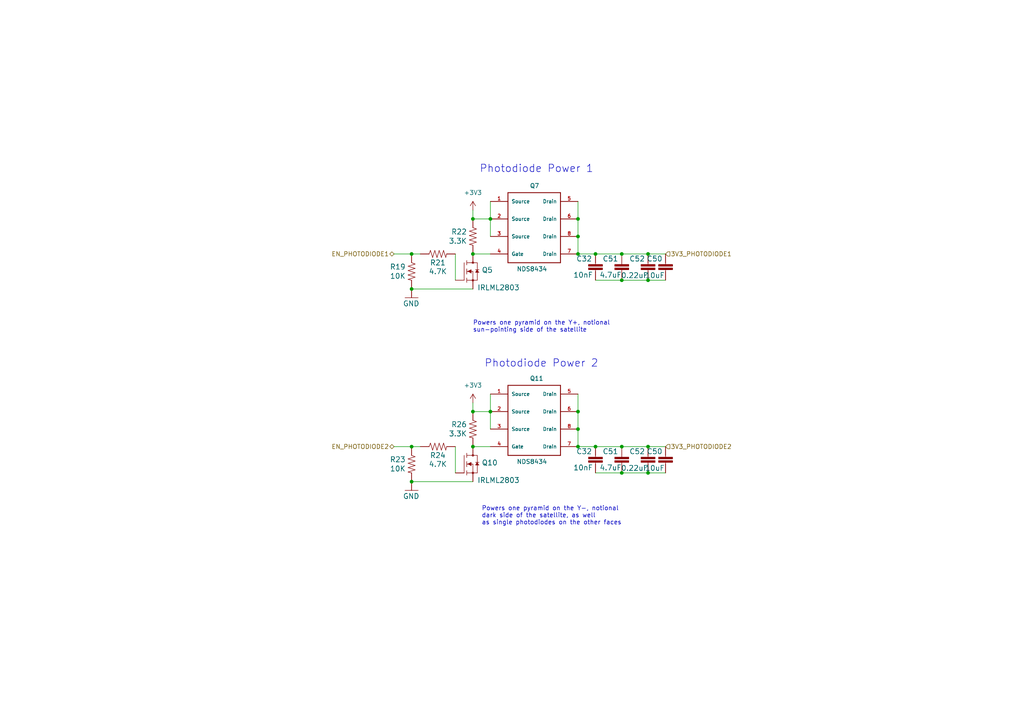
<source format=kicad_sch>
(kicad_sch (version 20230121) (generator eeschema)
  (paper "A4")
  (lib_symbols
    (symbol "mainboard:GND" (power) (pin_names (offset 1.016))
      (property "Value" "GND" (at -2.54 -2.54 0))
      (symbol "GND_1_0"
        (polyline (pts (xy -1.905 0) (xy 1.905 0)))
        (pin power_in line (at 0 2.54 270) (length 2.54) (name "GND") (number "1"))
      )
    )
    (symbol "mainboard:IRLML2803TRPBF" (pin_names (offset 1.016))
      (property "Reference" "Q" (at -11.43 1.27 0))
      (property "Value" "IRLML2803TRPBF" (at -11.43 3.81 0))
      (symbol "IRLML2803TRPBF_1_0"
        (polyline (pts (xy 0 2.54) (xy 0 -2.54)))
        (polyline (pts (xy 0.762 -2.54) (xy 0.762 -3.175)))
        (polyline (pts (xy 0.762 -1.905) (xy 0.762 -2.54)))
        (polyline (pts (xy 0.762 0) (xy 0.762 -0.762)))
        (polyline (pts (xy 0.762 0) (xy 2.54 0)))
        (polyline (pts (xy 0.762 0.762) (xy 0.762 0)))
        (polyline (pts (xy 0.762 2.54) (xy 0.762 1.905)))
        (polyline (pts (xy 0.762 2.54) (xy 3.81 2.54)))
        (polyline (pts (xy 0.762 3.175) (xy 0.762 2.54)))
        (polyline (pts (xy 2.54 -2.54) (xy 0.762 -2.54)))
        (polyline (pts (xy 2.54 -2.54) (xy 3.81 -2.54)))
        (polyline (pts (xy 2.54 0) (xy 2.54 -2.54)))
        (polyline (pts (xy 3.302 0.508) (xy 3.81 0.508)))
        (polyline (pts (xy 3.81 -0.508) (xy 3.81 -2.54)))
        (polyline (pts (xy 3.81 0.508) (xy 3.81 -0.508)))
        (polyline (pts (xy 3.81 0.508) (xy 4.318 0.508)))
        (polyline (pts (xy 3.81 2.54) (xy 3.81 0.508)))
        (polyline (pts (xy 1.016 0) (xy 2.032 0.508) (xy 2.032 -0.508)) (fill (type outline)))
        (polyline (pts (xy 3.81 0.508) (xy 3.302 -0.254) (xy 4.318 -0.254)) (fill (type outline)))
        (circle (center 2.54 -2.54) (radius 0.254))
        (circle (center 2.54 2.54) (radius 0.254))
        (pin passive line (at -2.54 -2.54 0) (length 2.54) (name "G") (number "1"))
        (pin passive line (at 2.54 -5.08 90) (length 2.54) (name "S") (number "2"))
        (pin passive line (at 2.54 5.08 270) (length 2.54) (name "D") (number "3"))
      )
    )
    (symbol "mainboard:NDS8434" (pin_names (offset 1.016))
      (symbol "NDS8434_0_0"
        (polyline (pts (xy -7.62 -10.16) (xy -7.62 10.16)) (stroke (width 0.254)))
        (polyline (pts (xy -7.62 10.16) (xy 7.62 10.16)) (stroke (width 0.254)))
        (polyline (pts (xy 7.62 -10.16) (xy -7.62 -10.16)) (stroke (width 0.254)))
        (polyline (pts (xy 7.62 10.16) (xy 7.62 -10.16)) (stroke (width 0.254)))
        (pin bidirectional line (at -12.7 7.62 0) (length 5.08) (name "Source") (number "1"))
        (pin bidirectional line (at -12.7 2.54 0) (length 5.08) (name "Source") (number "2"))
        (pin bidirectional line (at -12.7 -2.54 0) (length 5.08) (name "Source") (number "3"))
        (pin bidirectional line (at -12.7 -7.62 0) (length 5.08) (name "Gate") (number "4"))
        (pin bidirectional line (at 12.7 7.62 180) (length 5.08) (name "Drain") (number "5"))
        (pin bidirectional line (at 12.7 2.54 180) (length 5.08) (name "Drain") (number "6"))
        (pin bidirectional line (at 12.7 -7.62 180) (length 5.08) (name "Drain") (number "7"))
        (pin bidirectional line (at 12.7 -2.54 180) (length 5.08) (name "Drain") (number "8"))
      )
    )
    (symbol "mainboard:R-US_R0603" (pin_names (offset 1.016))
      (property "Reference" "R" (at -3.81 1.4986 0))
      (property "Value" "R-US_R0603" (at -3.81 -3.302 0))
      (symbol "R-US_R0603_1_0"
        (polyline (pts (xy -2.54 0) (xy -2.159 1.016)))
        (polyline (pts (xy -2.159 1.016) (xy -1.524 -1.016)))
        (polyline (pts (xy -1.524 -1.016) (xy -0.889 1.016)))
        (polyline (pts (xy -0.889 1.016) (xy -0.254 -1.016)))
        (polyline (pts (xy -0.254 -1.016) (xy 0.381 1.016)))
        (polyline (pts (xy 0.381 1.016) (xy 1.016 -1.016)))
        (polyline (pts (xy 1.016 -1.016) (xy 1.651 1.016)))
        (polyline (pts (xy 1.651 1.016) (xy 2.286 -1.016)))
        (polyline (pts (xy 2.286 -1.016) (xy 2.54 0)))
        (pin passive line (at -5.08 0 0) (length 2.54) (name "1") (number "1"))
        (pin passive line (at 5.08 0 180) (length 2.54) (name "2") (number "2"))
      )
    )
    (symbol "power:+3V3" (power) (pin_names (offset 0))
      (property "Value" "+3V3" (at 0 3.556 0))
      (symbol "+3V3_0_1"
        (polyline (pts (xy -0.762 1.27) (xy 0 2.54)))
        (polyline (pts (xy 0 0) (xy 0 2.54)))
        (polyline (pts (xy 0 2.54) (xy 0.762 1.27)))
      )
      (symbol "+3V3_1_1"
        (pin power_in line (at 0 0 90) (length 0) hide (name "+3V3") (number "1"))
      )
    )
    (symbol "pycubed_mainboard:10NF_10000PF-50V-10%(0603)" (pin_names (offset 1.016))
      (property "Reference" "C" (at 1.524 2.921 0))
      (property "Value" "10NF_10000PF-50V-10%(0603)" (at 1.524 -2.159 0))
      (symbol "10NF_10000PF-50V-10%(0603)_1_0"
        (rectangle (start -2.032 0.508) (end 2.032 1.016) (fill (type outline)))
        (rectangle (start -2.032 1.524) (end 2.032 2.032) (fill (type outline)))
        (polyline (pts (xy 0 0) (xy 0 0.508)))
        (polyline (pts (xy 0 2.54) (xy 0 2.032)))
        (pin passive line (at 0 5.08 270) (length 2.54) (name "1") (number "1"))
        (pin passive line (at 0 -2.54 90) (length 2.54) (name "2") (number "2"))
      )
    )
  )
  (junction (at 167.64 68.58))
  (junction (at 142.24 119.38))
  (junction (at 187.96 137.16))
  (junction (at 167.64 119.38))
  (junction (at 180.34 73.66))
  (junction (at 142.24 63.5))
  (junction (at 180.34 137.16))
  (junction (at 180.34 81.28))
  (junction (at 187.96 129.54))
  (junction (at 172.72 129.54))
  (junction (at 180.34 129.54))
  (junction (at 119.38 73.66))
  (junction (at 137.16 73.66))
  (junction (at 187.96 73.66))
  (junction (at 172.72 73.66))
  (junction (at 119.38 83.82))
  (junction (at 119.38 129.54))
  (junction (at 167.64 129.54))
  (junction (at 167.64 124.46))
  (junction (at 167.64 73.66))
  (junction (at 137.16 129.54))
  (junction (at 137.16 63.5))
  (junction (at 167.64 63.5))
  (junction (at 187.96 81.28))
  (junction (at 137.16 119.38))
  (junction (at 119.38 139.7))
  (wire (pts (xy 187.96 137.16) (xy 193.04 137.16)))
  (wire (pts (xy 137.16 63.5) (xy 137.16 60.96)))
  (wire (pts (xy 121.92 129.54) (xy 119.38 129.54)))
  (wire (pts (xy 180.34 73.66) (xy 187.96 73.66)))
  (wire (pts (xy 167.64 129.54) (xy 172.72 129.54)))
  (wire (pts (xy 142.24 63.5) (xy 142.24 58.42)))
  (wire (pts (xy 121.92 73.66) (xy 119.38 73.66)))
  (wire (pts (xy 187.96 73.66) (xy 193.04 73.66)))
  (wire (pts (xy 172.72 129.54) (xy 180.34 129.54)))
  (wire (pts (xy 187.96 81.28) (xy 193.04 81.28)))
  (wire (pts (xy 167.64 119.38) (xy 167.64 124.46)))
  (wire (pts (xy 180.34 129.54) (xy 187.96 129.54)))
  (wire (pts (xy 119.38 73.66) (xy 114.3 73.66)))
  (wire (pts (xy 142.24 119.38) (xy 142.24 114.3)))
  (wire (pts (xy 172.72 73.66) (xy 180.34 73.66)))
  (wire (pts (xy 142.24 124.46) (xy 142.24 119.38)))
  (wire (pts (xy 167.64 73.66) (xy 172.72 73.66)))
  (wire (pts (xy 180.34 137.16) (xy 187.96 137.16)))
  (wire (pts (xy 142.24 63.5) (xy 137.16 63.5)))
  (wire (pts (xy 167.64 124.46) (xy 167.64 129.54)))
  (wire (pts (xy 142.24 129.54) (xy 137.16 129.54)))
  (wire (pts (xy 137.16 139.7) (xy 119.38 139.7)))
  (wire (pts (xy 137.16 83.82) (xy 119.38 83.82)))
  (wire (pts (xy 187.96 129.54) (xy 193.04 129.54)))
  (wire (pts (xy 167.64 58.42) (xy 167.64 63.5)))
  (wire (pts (xy 119.38 129.54) (xy 114.3 129.54)))
  (wire (pts (xy 142.24 68.58) (xy 142.24 63.5)))
  (wire (pts (xy 137.16 119.38) (xy 137.16 116.84)))
  (wire (pts (xy 172.72 137.16) (xy 180.34 137.16)))
  (wire (pts (xy 167.64 68.58) (xy 167.64 73.66)))
  (wire (pts (xy 167.64 114.3) (xy 167.64 119.38)))
  (wire (pts (xy 167.64 63.5) (xy 167.64 68.58)))
  (wire (pts (xy 142.24 119.38) (xy 137.16 119.38)))
  (wire (pts (xy 180.34 81.28) (xy 187.96 81.28)))
  (wire (pts (xy 132.08 137.16) (xy 132.08 129.54)))
  (wire (pts (xy 132.08 81.28) (xy 132.08 73.66)))
  (wire (pts (xy 142.24 73.66) (xy 137.16 73.66)))
  (wire (pts (xy 172.72 81.28) (xy 180.34 81.28)))
  (text "Photodiode Power 1" (at 139.065 50.292 0) (effects (font (size 2.159 2.159)) (justify left bottom)))
  (text "Powers one pyramid on the Y+, notional\nsun-pointing side of the satellite\n" (at 137.16 96.52 0) (effects (font (size 1.27 1.27)) (justify left bottom)))
  (text "Photodiode Power 2" (at 140.4874 106.7308 0) (effects (font (size 2.159 2.159)) (justify left bottom)))
  (text "Powers one pyramid on the Y-, notional \ndark side of the satellite, as well\nas single photodiodes on the other faces\n" (at 139.7 152.4 0) (effects (font (size 1.27 1.27)) (justify left bottom)))
  (hierarchical_label "EN_PHOTODIODE2" (shape bidirectional) (at 114.3 129.54 180))
  (hierarchical_label "3V3_PHOTODIODE2" (shape input) (at 193.04 129.54 0))
  (hierarchical_label "EN_PHOTODIODE1" (shape bidirectional) (at 114.3 73.66 180))
  (hierarchical_label "3V3_PHOTODIODE1" (shape input) (at 193.04 73.66 0))
  (symbol (lib_id "mainboard:R-US_R0603") (at 127 129.54 0) (unit 1)
    (property "Reference" "R24" (at 127 132.08 0) (effects (font (size 1.4986 1.4986))))
    (property "Value" "4.7K" (at 127 134.62 0) (effects (font (size 1.4986 1.4986))))
    (property "Footprint" "Resistor_SMD:R_0603_1608Metric" (effects hide))
    (property "Description" "4.7K 0603" (effects hide))
    (instances (project "adcs-hardware" (path "" (reference "R24") (unit 1))) (project "mainboard" (path "" (reference "R22") (unit 1))))
  )
  (symbol (lib_id "mainboard:NDS8434") (at 154.94 121.92 0) (unit 1)
    (property "Reference" "Q11" (at 153.67 110.49 0) (effects (justify left bottom)))
    (property "Value" "NDS8434" (at 149.86 134.62 0) (effects (justify left bottom)))
    (property "Footprint" "mainboard:NDS8434" (effects hide))
    (property "Datasheet" "https://www.onsemi.com/pdf/datasheet/nds8434-d.pdf" (effects hide))
    (property "Description" "P-Channel MOSFET" (effects hide))
    (property "Flight" "NDS8434" (effects hide))
    (property "Manufacturer_Name" "ON Semiconductor" (effects hide))
    (property "Manufacturer_Part_Number" "NDS8434" (effects hide))
    (property "Proto" "DMP2022LSS-13" (effects hide))
    (instances (project "adcs-hardware" (path "" (reference "Q11") (unit 1))) (project "mainboard" (path "" (reference "Q22") (unit 1))))
  )
  (symbol (lib_id "pycubed_mainboard:10NF_10000PF-50V-10%(0603)") (at 172.72 134.62 0) (unit 1)
    (property "Reference" "C32" (at 167.132 130.937 0) (effects (font (size 1.4986 1.4986)) (justify left)))
    (property "Value" "10nF" (at 166.243 135.636 0) (effects (font (size 1.4986 1.4986)) (justify left)))
    (instances (project "adcs-hardware" (path "" (reference "C32") (unit 1)) (path "" (reference "C43") (unit 1))))
  )
  (symbol (lib_id "mainboard:R-US_R0603") (at 119.38 78.74 270) (unit 1)
    (property "Reference" "R19" (at 117.6782 77.3938 90) (effects (font (size 1.4986 1.4986)) (justify right)))
    (property "Value" "10K" (at 117.6782 80.0608 90) (effects (font (size 1.4986 1.4986)) (justify right)))
    (property "Footprint" "Resistor_SMD:R_0603_1608Metric" (effects hide))
    (property "Description" "10K 0603" (effects hide))
    (instances (project "adcs-hardware" (path "" (reference "R19") (unit 1))) (project "mainboard" (path "" (reference "R21") (unit 1))))
  )
  (symbol (lib_id "mainboard:NDS8434") (at 154.94 66.04 0) (unit 1)
    (property "Reference" "Q7" (at 153.67 54.61 0) (effects (justify left bottom)))
    (property "Value" "NDS8434" (at 149.86 78.74 0) (effects (justify left bottom)))
    (property "Footprint" "mainboard:NDS8434" (effects hide))
    (property "Datasheet" "https://www.onsemi.com/pdf/datasheet/nds8434-d.pdf" (effects hide))
    (property "Description" "P-Channel MOSFET" (effects hide))
    (property "Flight" "NDS8434" (effects hide))
    (property "Manufacturer_Name" "ON Semiconductor" (effects hide))
    (property "Manufacturer_Part_Number" "NDS8434" (effects hide))
    (property "Proto" "DMP2022LSS-13" (effects hide))
    (instances (project "adcs-hardware" (path "" (reference "Q7") (unit 1))) (project "mainboard" (path "" (reference "Q22") (unit 1))))
  )
  (symbol (lib_id "mainboard:R-US_R0603") (at 137.16 68.58 270) (unit 1)
    (property "Reference" "R22" (at 135.4582 67.2338 90) (effects (font (size 1.4986 1.4986)) (justify right)))
    (property "Value" "3.3K" (at 135.4582 69.9008 90) (effects (font (size 1.4986 1.4986)) (justify right)))
    (property "Footprint" "Resistor_SMD:R_0603_1608Metric" (effects hide))
    (property "Description" "3.3K 0603" (effects hide))
    (instances (project "adcs-hardware" (path "" (reference "R22") (unit 1))) (project "mainboard" (path "" (reference "R23") (unit 1))))
  )
  (symbol (lib_id "pycubed_mainboard:10NF_10000PF-50V-10%(0603)") (at 187.96 78.74 0) (unit 1)
    (property "Reference" "C52" (at 182.499 75.057 0) (effects (font (size 1.4986 1.4986)) (justify left)))
    (property "Value" "0.22uF" (at 180.086 79.883 0) (effects (font (size 1.4986 1.4986)) (justify left)))
    (instances (project "adcs-hardware" (path "" (reference "C52") (unit 1)) (path "" (reference "C41") (unit 1))))
  )
  (symbol (lib_id "pycubed_mainboard:10NF_10000PF-50V-10%(0603)") (at 180.34 78.74 0) (unit 1)
    (property "Reference" "C51" (at 174.752 75.057 0) (effects (font (size 1.4986 1.4986)) (justify left)))
    (property "Value" "4.7uF" (at 173.863 79.756 0) (effects (font (size 1.4986 1.4986)) (justify left)))
    (instances (project "adcs-hardware" (path "" (reference "C51") (unit 1)) (path "" (reference "C40") (unit 1))))
  )
  (symbol (lib_id "power:+3V3") (at 137.16 116.84 0) (unit 1)
    (property "Reference" "#PWR046" (effects hide))
    (property "Value" "+3V3" (at 137.16 111.76 0))
  )
  (symbol (lib_id "pycubed_mainboard:10NF_10000PF-50V-10%(0603)") (at 187.96 134.62 0) (unit 1)
    (property "Reference" "C52" (at 182.499 130.937 0) (effects (font (size 1.4986 1.4986)) (justify left)))
    (property "Value" "0.22uF" (at 180.086 135.763 0) (effects (font (size 1.4986 1.4986)) (justify left)))
    (instances (project "adcs-hardware" (path "" (reference "C52") (unit 1)) (path "" (reference "C45") (unit 1))))
  )
  (symbol (lib_id "mainboard:IRLML2803TRPBF") (at 134.62 134.62 0) (unit 1)
    (property "Reference" "Q10" (at 139.7 133.35 0) (effects (font (size 1.4986 1.4986)) (justify left top)))
    (property "Value" "IRLML2803" (at 138.43 138.43 0) (effects (font (size 1.4986 1.4986)) (justify left top)))
    (property "Footprint" "mainboard:SOT-23" (effects hide))
    (property "Datasheet" "https://www.infineon.com/dgdl/irlml2803pbf.pdf?fileId=5546d462533600a4015356682aff260f" (effects hide))
    (property "Description" "Single N-Channel MOSFET" (effects hide))
    (property "Flight" "IRLML2803" (effects hide))
    (property "Manufacturer_Name" "Infineon Technologies" (effects hide))
    (property "Manufacturer_Part_Number" "IRLML2803TRPbF" (effects hide))
    (property "Proto" "2302" (effects hide))
    (instances (project "adcs-hardware" (path "" (reference "Q10") (unit 1))) (project "mainboard" (path "" (reference "Q1") (unit 1))))
  )
  (symbol (lib_id "mainboard:GND") (at 119.38 142.24 0) (unit 1)
    (property "Reference" "#GND019" (effects hide))
    (property "Value" "GND" (at 116.84 144.78 0) (effects (font (size 1.4986 1.4986)) (justify left bottom)))
    (instances (project "adcs-hardware" (path "" (reference "#GND019") (unit 1))) (project "mainboard" (path "" (reference "#GND020") (unit 1))))
  )
  (symbol (lib_id "mainboard:R-US_R0603") (at 137.16 124.46 270) (unit 1)
    (property "Reference" "R26" (at 135.4582 123.1138 90) (effects (font (size 1.4986 1.4986)) (justify right)))
    (property "Value" "3.3K" (at 135.4582 125.7808 90) (effects (font (size 1.4986 1.4986)) (justify right)))
    (property "Footprint" "Resistor_SMD:R_0603_1608Metric" (effects hide))
    (property "Description" "3.3K 0603" (effects hide))
    (instances (project "adcs-hardware" (path "" (reference "R26") (unit 1))) (project "mainboard" (path "" (reference "R23") (unit 1))))
  )
  (symbol (lib_id "mainboard:R-US_R0603") (at 127 73.66 0) (unit 1)
    (property "Reference" "R21" (at 127 76.2 0) (effects (font (size 1.4986 1.4986))))
    (property "Value" "4.7K" (at 127 78.74 0) (effects (font (size 1.4986 1.4986))))
    (property "Footprint" "Resistor_SMD:R_0603_1608Metric" (effects hide))
    (property "Description" "4.7K 0603" (effects hide))
    (instances (project "adcs-hardware" (path "" (reference "R21") (unit 1))) (project "mainboard" (path "" (reference "R22") (unit 1))))
  )
  (symbol (lib_id "pycubed_mainboard:10NF_10000PF-50V-10%(0603)") (at 193.04 134.62 0) (unit 1)
    (property "Reference" "C50" (at 187.579 130.937 0) (effects (font (size 1.4986 1.4986)) (justify left)))
    (property "Value" "10uF" (at 187.071 135.763 0) (effects (font (size 1.4986 1.4986)) (justify left)))
    (instances (project "adcs-hardware" (path "" (reference "C50") (unit 1)) (path "" (reference "C46") (unit 1))))
  )
  (symbol (lib_id "mainboard:GND") (at 119.38 86.36 0) (unit 1)
    (property "Reference" "#GND014" (effects hide))
    (property "Value" "GND" (at 116.84 88.9 0) (effects (font (size 1.4986 1.4986)) (justify left bottom)))
    (instances (project "adcs-hardware" (path "" (reference "#GND014") (unit 1))) (project "mainboard" (path "" (reference "#GND020") (unit 1))))
  )
  (symbol (lib_id "pycubed_mainboard:10NF_10000PF-50V-10%(0603)") (at 180.34 134.62 0) (unit 1)
    (property "Reference" "C51" (at 174.752 130.937 0) (effects (font (size 1.4986 1.4986)) (justify left)))
    (property "Value" "4.7uF" (at 173.863 135.636 0) (effects (font (size 1.4986 1.4986)) (justify left)))
    (instances (project "adcs-hardware" (path "" (reference "C51") (unit 1)) (path "" (reference "C44") (unit 1))))
  )
  (symbol (lib_id "pycubed_mainboard:10NF_10000PF-50V-10%(0603)") (at 172.72 78.74 0) (unit 1)
    (property "Reference" "C32" (at 167.132 75.057 0) (effects (font (size 1.4986 1.4986)) (justify left)))
    (property "Value" "10nF" (at 166.243 79.756 0) (effects (font (size 1.4986 1.4986)) (justify left)))
    (instances (project "adcs-hardware" (path "" (reference "C32") (unit 1)) (path "" (reference "C39") (unit 1))))
  )
  (symbol (lib_id "pycubed_mainboard:10NF_10000PF-50V-10%(0603)") (at 193.04 78.74 0) (unit 1)
    (property "Reference" "C50" (at 187.579 75.057 0) (effects (font (size 1.4986 1.4986)) (justify left)))
    (property "Value" "10uF" (at 187.071 79.883 0) (effects (font (size 1.4986 1.4986)) (justify left)))
    (instances (project "adcs-hardware" (path "" (reference "C50") (unit 1)) (path "" (reference "C42") (unit 1))))
  )
  (symbol (lib_id "power:+3V3") (at 137.16 60.96 0) (unit 1)
    (property "Reference" "#PWR045" (effects hide))
    (property "Value" "+3V3" (at 137.16 55.88 0))
  )
  (symbol (lib_id "mainboard:IRLML2803TRPBF") (at 134.62 78.74 0) (unit 1)
    (property "Reference" "Q5" (at 139.7 77.47 0) (effects (font (size 1.4986 1.4986)) (justify left top)))
    (property "Value" "IRLML2803" (at 138.43 82.55 0) (effects (font (size 1.4986 1.4986)) (justify left top)))
    (property "Footprint" "mainboard:SOT-23" (effects hide))
    (property "Datasheet" "https://www.infineon.com/dgdl/irlml2803pbf.pdf?fileId=5546d462533600a4015356682aff260f" (effects hide))
    (property "Description" "Single N-Channel MOSFET" (effects hide))
    (property "Flight" "IRLML2803" (effects hide))
    (property "Manufacturer_Name" "Infineon Technologies" (effects hide))
    (property "Manufacturer_Part_Number" "IRLML2803TRPbF" (effects hide))
    (property "Proto" "2302" (effects hide))
    (instances (project "adcs-hardware" (path "" (reference "Q5") (unit 1))) (project "mainboard" (path "" (reference "Q1") (unit 1))))
  )
  (symbol (lib_id "mainboard:R-US_R0603") (at 119.38 134.62 270) (unit 1)
    (property "Reference" "R23" (at 117.6782 133.2738 90) (effects (font (size 1.4986 1.4986)) (justify right)))
    (property "Value" "10K" (at 117.6782 135.9408 90) (effects (font (size 1.4986 1.4986)) (justify right)))
    (property "Footprint" "Resistor_SMD:R_0603_1608Metric" (effects hide))
    (property "Description" "10K 0603" (effects hide))
    (instances (project "adcs-hardware" (path "" (reference "R23") (unit 1))) (project "mainboard" (path "" (reference "R21") (unit 1))))
  )
)
</source>
